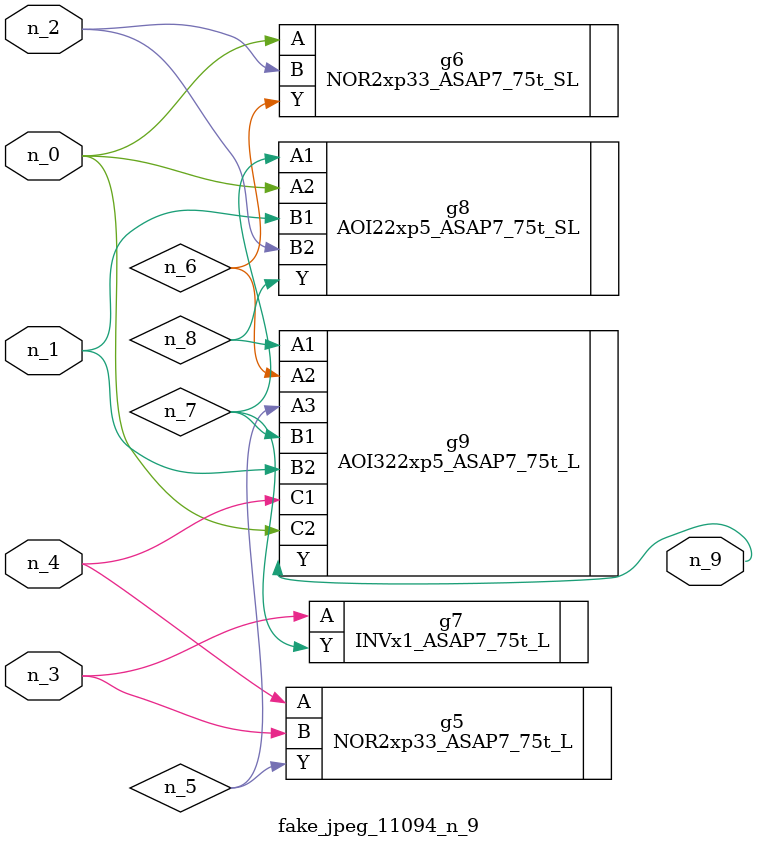
<source format=v>
module fake_jpeg_11094_n_9 (n_3, n_2, n_1, n_0, n_4, n_9);

input n_3;
input n_2;
input n_1;
input n_0;
input n_4;

output n_9;

wire n_8;
wire n_6;
wire n_5;
wire n_7;

NOR2xp33_ASAP7_75t_L g5 ( 
.A(n_4),
.B(n_3),
.Y(n_5)
);

NOR2xp33_ASAP7_75t_SL g6 ( 
.A(n_0),
.B(n_2),
.Y(n_6)
);

INVx1_ASAP7_75t_L g7 ( 
.A(n_3),
.Y(n_7)
);

AOI22xp5_ASAP7_75t_SL g8 ( 
.A1(n_7),
.A2(n_0),
.B1(n_1),
.B2(n_2),
.Y(n_8)
);

AOI322xp5_ASAP7_75t_L g9 ( 
.A1(n_8),
.A2(n_6),
.A3(n_5),
.B1(n_7),
.B2(n_1),
.C1(n_4),
.C2(n_0),
.Y(n_9)
);


endmodule
</source>
